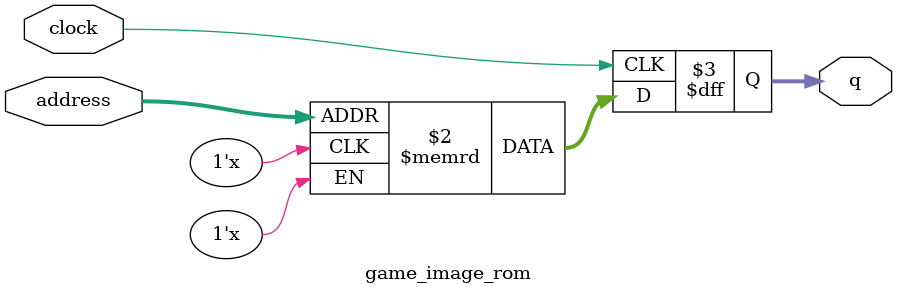
<source format=sv>
module game_image_rom (
	input logic clock,
	input logic [18:0] address,
	output logic [2:0] q
);

logic [2:0] memory [0:307199] /* synthesis ram_init_file = "./2048 game image/2048 game image.mif" */;

always_ff @ (posedge clock) begin
	q <= memory[address];
end

endmodule

</source>
